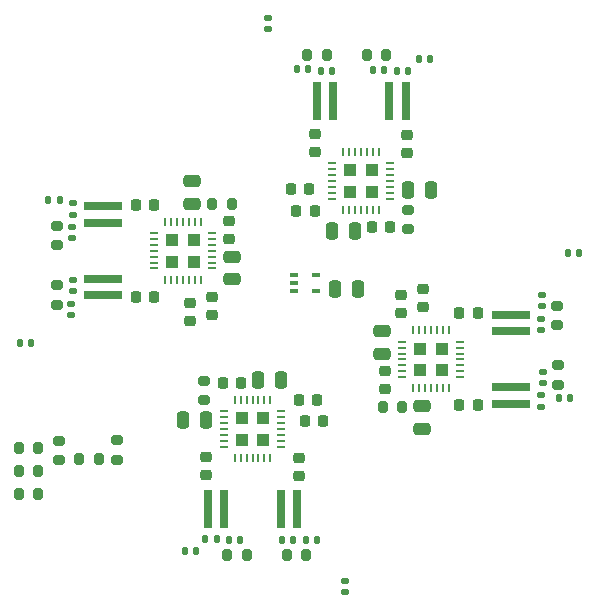
<source format=gtp>
%TF.GenerationSoftware,KiCad,Pcbnew,5.99.0-unknown-16ebb3a433~128~ubuntu20.04.1*%
%TF.CreationDate,2021-05-03T05:08:51+03:00*%
%TF.ProjectId,usb2stepper,75736232-7374-4657-9070-65722e6b6963,rev?*%
%TF.SameCoordinates,Original*%
%TF.FileFunction,Paste,Top*%
%TF.FilePolarity,Positive*%
%FSLAX46Y46*%
G04 Gerber Fmt 4.6, Leading zero omitted, Abs format (unit mm)*
G04 Created by KiCad (PCBNEW 5.99.0-unknown-16ebb3a433~128~ubuntu20.04.1) date 2021-05-03 05:08:51*
%MOMM*%
%LPD*%
G01*
G04 APERTURE LIST*
G04 Aperture macros list*
%AMRoundRect*
0 Rectangle with rounded corners*
0 $1 Rounding radius*
0 $2 $3 $4 $5 $6 $7 $8 $9 X,Y pos of 4 corners*
0 Add a 4 corners polygon primitive as box body*
4,1,4,$2,$3,$4,$5,$6,$7,$8,$9,$2,$3,0*
0 Add four circle primitives for the rounded corners*
1,1,$1+$1,$2,$3*
1,1,$1+$1,$4,$5*
1,1,$1+$1,$6,$7*
1,1,$1+$1,$8,$9*
0 Add four rect primitives between the rounded corners*
20,1,$1+$1,$2,$3,$4,$5,0*
20,1,$1+$1,$4,$5,$6,$7,0*
20,1,$1+$1,$6,$7,$8,$9,0*
20,1,$1+$1,$8,$9,$2,$3,0*%
G04 Aperture macros list end*
%ADD10RoundRect,0.225000X-0.225000X-0.250000X0.225000X-0.250000X0.225000X0.250000X-0.225000X0.250000X0*%
%ADD11RoundRect,0.250000X0.250000X0.475000X-0.250000X0.475000X-0.250000X-0.475000X0.250000X-0.475000X0*%
%ADD12RoundRect,0.225000X0.225000X0.250000X-0.225000X0.250000X-0.225000X-0.250000X0.225000X-0.250000X0*%
%ADD13RoundRect,0.225000X-0.250000X0.225000X-0.250000X-0.225000X0.250000X-0.225000X0.250000X0.225000X0*%
%ADD14R,0.700000X0.250000*%
%ADD15R,0.250000X0.700000*%
%ADD16R,1.110000X1.110000*%
%ADD17RoundRect,0.200000X0.275000X-0.200000X0.275000X0.200000X-0.275000X0.200000X-0.275000X-0.200000X0*%
%ADD18R,0.700000X3.300000*%
%ADD19RoundRect,0.225000X0.250000X-0.225000X0.250000X0.225000X-0.250000X0.225000X-0.250000X-0.225000X0*%
%ADD20RoundRect,0.140000X-0.170000X0.140000X-0.170000X-0.140000X0.170000X-0.140000X0.170000X0.140000X0*%
%ADD21RoundRect,0.140000X0.140000X0.170000X-0.140000X0.170000X-0.140000X-0.170000X0.140000X-0.170000X0*%
%ADD22RoundRect,0.140000X0.170000X-0.140000X0.170000X0.140000X-0.170000X0.140000X-0.170000X-0.140000X0*%
%ADD23RoundRect,0.140000X-0.140000X-0.170000X0.140000X-0.170000X0.140000X0.170000X-0.140000X0.170000X0*%
%ADD24RoundRect,0.200000X-0.275000X0.200000X-0.275000X-0.200000X0.275000X-0.200000X0.275000X0.200000X0*%
%ADD25RoundRect,0.200000X0.200000X0.275000X-0.200000X0.275000X-0.200000X-0.275000X0.200000X-0.275000X0*%
%ADD26RoundRect,0.200000X-0.200000X-0.275000X0.200000X-0.275000X0.200000X0.275000X-0.200000X0.275000X0*%
%ADD27RoundRect,0.250000X-0.475000X0.250000X-0.475000X-0.250000X0.475000X-0.250000X0.475000X0.250000X0*%
%ADD28RoundRect,0.250000X0.475000X-0.250000X0.475000X0.250000X-0.475000X0.250000X-0.475000X-0.250000X0*%
%ADD29RoundRect,0.250000X-0.250000X-0.475000X0.250000X-0.475000X0.250000X0.475000X-0.250000X0.475000X0*%
%ADD30R,3.300000X0.700000*%
%ADD31R,0.650000X0.400000*%
G04 APERTURE END LIST*
D10*
X101125000Y-117850000D03*
X102675000Y-117850000D03*
D11*
X106050000Y-117600000D03*
X104150000Y-117600000D03*
X99675000Y-121000000D03*
X97775000Y-121000000D03*
D12*
X109125000Y-119250000D03*
X107575000Y-119250000D03*
X109625000Y-121100000D03*
X108075000Y-121100000D03*
D13*
X107550000Y-124175000D03*
X107550000Y-125725000D03*
X99700000Y-124125000D03*
X99700000Y-125675000D03*
D14*
X106100000Y-123250000D03*
X106100000Y-122750000D03*
X106100000Y-122250000D03*
X106100000Y-121750000D03*
X106100000Y-121250000D03*
X106100000Y-120750000D03*
X106100000Y-120250000D03*
D15*
X105150000Y-119300000D03*
X104650000Y-119300000D03*
X104150000Y-119300000D03*
X103650000Y-119300000D03*
X103150000Y-119300000D03*
X102650000Y-119300000D03*
X102150000Y-119300000D03*
D14*
X101200000Y-120250000D03*
X101200000Y-120750000D03*
X101200000Y-121250000D03*
X101200000Y-121750000D03*
X101200000Y-122250000D03*
X101200000Y-122750000D03*
X101200000Y-123250000D03*
D15*
X102150000Y-124200000D03*
X102650000Y-124200000D03*
X103150000Y-124200000D03*
X103650000Y-124200000D03*
X104150000Y-124200000D03*
X104650000Y-124200000D03*
X105150000Y-124200000D03*
D16*
X104575000Y-120825000D03*
X104575000Y-122675000D03*
X102725000Y-120825000D03*
X102725000Y-122675000D03*
D17*
X99550000Y-119325000D03*
X99550000Y-117675000D03*
D18*
X99875000Y-128500000D03*
X101275000Y-128500000D03*
X107425000Y-128500000D03*
X106025000Y-128500000D03*
D19*
X100250000Y-112100000D03*
X100250000Y-110550000D03*
D20*
X128050000Y-118895000D03*
X128050000Y-119855000D03*
X128225000Y-116895000D03*
X128225000Y-117855000D03*
D21*
X130550000Y-119130000D03*
X129590000Y-119130000D03*
D22*
X128050000Y-113380000D03*
X128050000Y-112420000D03*
D23*
X130355000Y-106850000D03*
X131315000Y-106850000D03*
D22*
X88450000Y-103605000D03*
X88450000Y-102645000D03*
D20*
X88300000Y-111145000D03*
X88300000Y-112105000D03*
D22*
X88390000Y-105605000D03*
X88390000Y-104645000D03*
D23*
X86370000Y-102375000D03*
X87330000Y-102375000D03*
D20*
X88450000Y-109120000D03*
X88450000Y-110080000D03*
D21*
X84905000Y-114500000D03*
X83945000Y-114500000D03*
X100605000Y-131050000D03*
X99645000Y-131050000D03*
D23*
X108145000Y-131100000D03*
X109105000Y-131100000D03*
D21*
X102605000Y-131100000D03*
X101645000Y-131100000D03*
D23*
X97945000Y-132080000D03*
X98905000Y-132080000D03*
X106120000Y-131100000D03*
X107080000Y-131100000D03*
D20*
X111500000Y-134595000D03*
X111500000Y-135555000D03*
D23*
X115895000Y-91450000D03*
X116855000Y-91450000D03*
D21*
X108355000Y-91300000D03*
X107395000Y-91300000D03*
D23*
X113850000Y-91370000D03*
X114810000Y-91370000D03*
D21*
X118680000Y-90450000D03*
X117720000Y-90450000D03*
X110380000Y-91450000D03*
X109420000Y-91450000D03*
D22*
X105000000Y-87905000D03*
X105000000Y-86945000D03*
D24*
X129540000Y-116325000D03*
X129540000Y-117975000D03*
D17*
X129400000Y-112950000D03*
X129400000Y-111300000D03*
X87110000Y-106175000D03*
X87110000Y-104525000D03*
D24*
X87100000Y-109550000D03*
X87100000Y-111200000D03*
D25*
X103175000Y-132370000D03*
X101525000Y-132370000D03*
D26*
X113325000Y-90090000D03*
X114975000Y-90090000D03*
D25*
X109950000Y-90100000D03*
X108300000Y-90100000D03*
D26*
X106550000Y-132400000D03*
X108200000Y-132400000D03*
D22*
X128200000Y-111355000D03*
X128200000Y-110395000D03*
D25*
X116325000Y-119900000D03*
X114675000Y-119900000D03*
D19*
X114850000Y-118375000D03*
X114850000Y-116825000D03*
D27*
X114600000Y-113450000D03*
X114600000Y-115350000D03*
X118000000Y-119825000D03*
X118000000Y-121725000D03*
D13*
X116250000Y-110400000D03*
X116250000Y-111950000D03*
X118100000Y-109875000D03*
X118100000Y-111425000D03*
D10*
X121175000Y-111950000D03*
X122725000Y-111950000D03*
X121175000Y-119750000D03*
X122725000Y-119750000D03*
D13*
X101650000Y-104125000D03*
X101650000Y-105675000D03*
D28*
X101900000Y-109050000D03*
X101900000Y-107150000D03*
X98500000Y-102675000D03*
X98500000Y-100775000D03*
D19*
X98400000Y-112625000D03*
X98400000Y-111075000D03*
D12*
X95325000Y-110550000D03*
X93775000Y-110550000D03*
X95325000Y-102750000D03*
X93775000Y-102750000D03*
X115325000Y-104650000D03*
X113775000Y-104650000D03*
D29*
X110400000Y-104950000D03*
X112300000Y-104950000D03*
X116825000Y-101500000D03*
X118725000Y-101500000D03*
D10*
X107375000Y-103250000D03*
X108925000Y-103250000D03*
X106875000Y-101400000D03*
X108425000Y-101400000D03*
D19*
X108950000Y-98325000D03*
X108950000Y-96775000D03*
X116750000Y-98375000D03*
X116750000Y-96825000D03*
D15*
X120250000Y-113400000D03*
X119750000Y-113400000D03*
X119250000Y-113400000D03*
X118750000Y-113400000D03*
X118250000Y-113400000D03*
X117750000Y-113400000D03*
X117250000Y-113400000D03*
D14*
X116300000Y-114350000D03*
X116300000Y-114850000D03*
X116300000Y-115350000D03*
X116300000Y-115850000D03*
X116300000Y-116350000D03*
X116300000Y-116850000D03*
X116300000Y-117350000D03*
D15*
X117250000Y-118300000D03*
X117750000Y-118300000D03*
X118250000Y-118300000D03*
X118750000Y-118300000D03*
X119250000Y-118300000D03*
X119750000Y-118300000D03*
X120250000Y-118300000D03*
D14*
X121200000Y-117350000D03*
X121200000Y-116850000D03*
X121200000Y-116350000D03*
X121200000Y-115850000D03*
X121200000Y-115350000D03*
X121200000Y-114850000D03*
X121200000Y-114350000D03*
D16*
X119675000Y-116775000D03*
X119675000Y-114925000D03*
X117825000Y-114925000D03*
X117825000Y-116775000D03*
D15*
X96250000Y-109100000D03*
X96750000Y-109100000D03*
X97250000Y-109100000D03*
X97750000Y-109100000D03*
X98250000Y-109100000D03*
X98750000Y-109100000D03*
X99250000Y-109100000D03*
D14*
X100200000Y-108150000D03*
X100200000Y-107650000D03*
X100200000Y-107150000D03*
X100200000Y-106650000D03*
X100200000Y-106150000D03*
X100200000Y-105650000D03*
X100200000Y-105150000D03*
D15*
X99250000Y-104200000D03*
X98750000Y-104200000D03*
X98250000Y-104200000D03*
X97750000Y-104200000D03*
X97250000Y-104200000D03*
X96750000Y-104200000D03*
X96250000Y-104200000D03*
D14*
X95300000Y-105150000D03*
X95300000Y-105650000D03*
X95300000Y-106150000D03*
X95300000Y-106650000D03*
X95300000Y-107150000D03*
X95300000Y-107650000D03*
X95300000Y-108150000D03*
D16*
X98675000Y-107575000D03*
X96825000Y-107575000D03*
X96825000Y-105725000D03*
X98675000Y-105725000D03*
D14*
X110400000Y-99250000D03*
X110400000Y-99750000D03*
X110400000Y-100250000D03*
X110400000Y-100750000D03*
X110400000Y-101250000D03*
X110400000Y-101750000D03*
X110400000Y-102250000D03*
D15*
X111350000Y-103200000D03*
X111850000Y-103200000D03*
X112350000Y-103200000D03*
X112850000Y-103200000D03*
X113350000Y-103200000D03*
X113850000Y-103200000D03*
X114350000Y-103200000D03*
D14*
X115300000Y-102250000D03*
X115300000Y-101750000D03*
X115300000Y-101250000D03*
X115300000Y-100750000D03*
X115300000Y-100250000D03*
X115300000Y-99750000D03*
X115300000Y-99250000D03*
D15*
X114350000Y-98300000D03*
X113850000Y-98300000D03*
X113350000Y-98300000D03*
X112850000Y-98300000D03*
X112350000Y-98300000D03*
X111850000Y-98300000D03*
X111350000Y-98300000D03*
D16*
X113775000Y-99825000D03*
X111925000Y-101675000D03*
X111925000Y-99825000D03*
X113775000Y-101675000D03*
D30*
X125500000Y-119625000D03*
X125500000Y-118225000D03*
X125500000Y-112075000D03*
X125500000Y-113475000D03*
D26*
X100225000Y-102650000D03*
X101875000Y-102650000D03*
D30*
X91000000Y-102875000D03*
X91000000Y-104275000D03*
X91000000Y-110425000D03*
X91000000Y-109025000D03*
D24*
X116800000Y-103175000D03*
X116800000Y-104825000D03*
D18*
X116625000Y-94000000D03*
X115225000Y-94000000D03*
X109075000Y-94000000D03*
X110475000Y-94000000D03*
D31*
X107150000Y-108720000D03*
X107150000Y-109370000D03*
X107150000Y-110020000D03*
X109050000Y-110020000D03*
X109050000Y-108720000D03*
D29*
X110650000Y-109870000D03*
X112550000Y-109870000D03*
D17*
X92150000Y-124325000D03*
X92150000Y-122675000D03*
D26*
X88975000Y-124250000D03*
X90625000Y-124250000D03*
D24*
X87250000Y-122725000D03*
X87250000Y-124375000D03*
D26*
X83875000Y-123320000D03*
X85525000Y-123320000D03*
X83875000Y-125325000D03*
X85525000Y-125325000D03*
X83875000Y-127270000D03*
X85525000Y-127270000D03*
M02*

</source>
